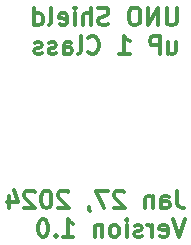
<source format=gbr>
%TF.GenerationSoftware,KiCad,Pcbnew,7.0.1*%
%TF.CreationDate,2024-01-27T23:50:39-07:00*%
%TF.ProjectId,Uno_Shield_PhaseB,556e6f5f-5368-4696-956c-645f50686173,rev?*%
%TF.SameCoordinates,Original*%
%TF.FileFunction,Legend,Bot*%
%TF.FilePolarity,Positive*%
%FSLAX46Y46*%
G04 Gerber Fmt 4.6, Leading zero omitted, Abs format (unit mm)*
G04 Created by KiCad (PCBNEW 7.0.1) date 2024-01-27 23:50:39*
%MOMM*%
%LPD*%
G01*
G04 APERTURE LIST*
%ADD10C,0.375000*%
G04 APERTURE END LIST*
D10*
X120513714Y-74550428D02*
X120513714Y-75764714D01*
X120513714Y-75764714D02*
X120442285Y-75907571D01*
X120442285Y-75907571D02*
X120370857Y-75979000D01*
X120370857Y-75979000D02*
X120227999Y-76050428D01*
X120227999Y-76050428D02*
X119942285Y-76050428D01*
X119942285Y-76050428D02*
X119799428Y-75979000D01*
X119799428Y-75979000D02*
X119727999Y-75907571D01*
X119727999Y-75907571D02*
X119656571Y-75764714D01*
X119656571Y-75764714D02*
X119656571Y-74550428D01*
X118942285Y-76050428D02*
X118942285Y-74550428D01*
X118942285Y-74550428D02*
X118085142Y-76050428D01*
X118085142Y-76050428D02*
X118085142Y-74550428D01*
X117085141Y-74550428D02*
X116799427Y-74550428D01*
X116799427Y-74550428D02*
X116656570Y-74621857D01*
X116656570Y-74621857D02*
X116513713Y-74764714D01*
X116513713Y-74764714D02*
X116442284Y-75050428D01*
X116442284Y-75050428D02*
X116442284Y-75550428D01*
X116442284Y-75550428D02*
X116513713Y-75836142D01*
X116513713Y-75836142D02*
X116656570Y-75979000D01*
X116656570Y-75979000D02*
X116799427Y-76050428D01*
X116799427Y-76050428D02*
X117085141Y-76050428D01*
X117085141Y-76050428D02*
X117227999Y-75979000D01*
X117227999Y-75979000D02*
X117370856Y-75836142D01*
X117370856Y-75836142D02*
X117442284Y-75550428D01*
X117442284Y-75550428D02*
X117442284Y-75050428D01*
X117442284Y-75050428D02*
X117370856Y-74764714D01*
X117370856Y-74764714D02*
X117227999Y-74621857D01*
X117227999Y-74621857D02*
X117085141Y-74550428D01*
X114727998Y-75979000D02*
X114513713Y-76050428D01*
X114513713Y-76050428D02*
X114156570Y-76050428D01*
X114156570Y-76050428D02*
X114013713Y-75979000D01*
X114013713Y-75979000D02*
X113942284Y-75907571D01*
X113942284Y-75907571D02*
X113870855Y-75764714D01*
X113870855Y-75764714D02*
X113870855Y-75621857D01*
X113870855Y-75621857D02*
X113942284Y-75479000D01*
X113942284Y-75479000D02*
X114013713Y-75407571D01*
X114013713Y-75407571D02*
X114156570Y-75336142D01*
X114156570Y-75336142D02*
X114442284Y-75264714D01*
X114442284Y-75264714D02*
X114585141Y-75193285D01*
X114585141Y-75193285D02*
X114656570Y-75121857D01*
X114656570Y-75121857D02*
X114727998Y-74979000D01*
X114727998Y-74979000D02*
X114727998Y-74836142D01*
X114727998Y-74836142D02*
X114656570Y-74693285D01*
X114656570Y-74693285D02*
X114585141Y-74621857D01*
X114585141Y-74621857D02*
X114442284Y-74550428D01*
X114442284Y-74550428D02*
X114085141Y-74550428D01*
X114085141Y-74550428D02*
X113870855Y-74621857D01*
X113227999Y-76050428D02*
X113227999Y-74550428D01*
X112585142Y-76050428D02*
X112585142Y-75264714D01*
X112585142Y-75264714D02*
X112656570Y-75121857D01*
X112656570Y-75121857D02*
X112799427Y-75050428D01*
X112799427Y-75050428D02*
X113013713Y-75050428D01*
X113013713Y-75050428D02*
X113156570Y-75121857D01*
X113156570Y-75121857D02*
X113227999Y-75193285D01*
X111870856Y-76050428D02*
X111870856Y-75050428D01*
X111870856Y-74550428D02*
X111942284Y-74621857D01*
X111942284Y-74621857D02*
X111870856Y-74693285D01*
X111870856Y-74693285D02*
X111799427Y-74621857D01*
X111799427Y-74621857D02*
X111870856Y-74550428D01*
X111870856Y-74550428D02*
X111870856Y-74693285D01*
X110585141Y-75979000D02*
X110727998Y-76050428D01*
X110727998Y-76050428D02*
X111013713Y-76050428D01*
X111013713Y-76050428D02*
X111156570Y-75979000D01*
X111156570Y-75979000D02*
X111227998Y-75836142D01*
X111227998Y-75836142D02*
X111227998Y-75264714D01*
X111227998Y-75264714D02*
X111156570Y-75121857D01*
X111156570Y-75121857D02*
X111013713Y-75050428D01*
X111013713Y-75050428D02*
X110727998Y-75050428D01*
X110727998Y-75050428D02*
X110585141Y-75121857D01*
X110585141Y-75121857D02*
X110513713Y-75264714D01*
X110513713Y-75264714D02*
X110513713Y-75407571D01*
X110513713Y-75407571D02*
X111227998Y-75550428D01*
X109656570Y-76050428D02*
X109799427Y-75979000D01*
X109799427Y-75979000D02*
X109870856Y-75836142D01*
X109870856Y-75836142D02*
X109870856Y-74550428D01*
X108442285Y-76050428D02*
X108442285Y-74550428D01*
X108442285Y-75979000D02*
X108585142Y-76050428D01*
X108585142Y-76050428D02*
X108870856Y-76050428D01*
X108870856Y-76050428D02*
X109013713Y-75979000D01*
X109013713Y-75979000D02*
X109085142Y-75907571D01*
X109085142Y-75907571D02*
X109156570Y-75764714D01*
X109156570Y-75764714D02*
X109156570Y-75336142D01*
X109156570Y-75336142D02*
X109085142Y-75193285D01*
X109085142Y-75193285D02*
X109013713Y-75121857D01*
X109013713Y-75121857D02*
X108870856Y-75050428D01*
X108870856Y-75050428D02*
X108585142Y-75050428D01*
X108585142Y-75050428D02*
X108442285Y-75121857D01*
X119799428Y-77480428D02*
X119799428Y-78480428D01*
X120442285Y-77480428D02*
X120442285Y-78266142D01*
X120442285Y-78266142D02*
X120370856Y-78409000D01*
X120370856Y-78409000D02*
X120227999Y-78480428D01*
X120227999Y-78480428D02*
X120013713Y-78480428D01*
X120013713Y-78480428D02*
X119870856Y-78409000D01*
X119870856Y-78409000D02*
X119799428Y-78337571D01*
X119085142Y-78480428D02*
X119085142Y-76980428D01*
X119085142Y-76980428D02*
X118513713Y-76980428D01*
X118513713Y-76980428D02*
X118370856Y-77051857D01*
X118370856Y-77051857D02*
X118299427Y-77123285D01*
X118299427Y-77123285D02*
X118227999Y-77266142D01*
X118227999Y-77266142D02*
X118227999Y-77480428D01*
X118227999Y-77480428D02*
X118299427Y-77623285D01*
X118299427Y-77623285D02*
X118370856Y-77694714D01*
X118370856Y-77694714D02*
X118513713Y-77766142D01*
X118513713Y-77766142D02*
X119085142Y-77766142D01*
X115656570Y-78480428D02*
X116513713Y-78480428D01*
X116085142Y-78480428D02*
X116085142Y-76980428D01*
X116085142Y-76980428D02*
X116227999Y-77194714D01*
X116227999Y-77194714D02*
X116370856Y-77337571D01*
X116370856Y-77337571D02*
X116513713Y-77409000D01*
X113013714Y-78337571D02*
X113085142Y-78409000D01*
X113085142Y-78409000D02*
X113299428Y-78480428D01*
X113299428Y-78480428D02*
X113442285Y-78480428D01*
X113442285Y-78480428D02*
X113656571Y-78409000D01*
X113656571Y-78409000D02*
X113799428Y-78266142D01*
X113799428Y-78266142D02*
X113870857Y-78123285D01*
X113870857Y-78123285D02*
X113942285Y-77837571D01*
X113942285Y-77837571D02*
X113942285Y-77623285D01*
X113942285Y-77623285D02*
X113870857Y-77337571D01*
X113870857Y-77337571D02*
X113799428Y-77194714D01*
X113799428Y-77194714D02*
X113656571Y-77051857D01*
X113656571Y-77051857D02*
X113442285Y-76980428D01*
X113442285Y-76980428D02*
X113299428Y-76980428D01*
X113299428Y-76980428D02*
X113085142Y-77051857D01*
X113085142Y-77051857D02*
X113013714Y-77123285D01*
X112156571Y-78480428D02*
X112299428Y-78409000D01*
X112299428Y-78409000D02*
X112370857Y-78266142D01*
X112370857Y-78266142D02*
X112370857Y-76980428D01*
X110942286Y-78480428D02*
X110942286Y-77694714D01*
X110942286Y-77694714D02*
X111013714Y-77551857D01*
X111013714Y-77551857D02*
X111156571Y-77480428D01*
X111156571Y-77480428D02*
X111442286Y-77480428D01*
X111442286Y-77480428D02*
X111585143Y-77551857D01*
X110942286Y-78409000D02*
X111085143Y-78480428D01*
X111085143Y-78480428D02*
X111442286Y-78480428D01*
X111442286Y-78480428D02*
X111585143Y-78409000D01*
X111585143Y-78409000D02*
X111656571Y-78266142D01*
X111656571Y-78266142D02*
X111656571Y-78123285D01*
X111656571Y-78123285D02*
X111585143Y-77980428D01*
X111585143Y-77980428D02*
X111442286Y-77909000D01*
X111442286Y-77909000D02*
X111085143Y-77909000D01*
X111085143Y-77909000D02*
X110942286Y-77837571D01*
X110299428Y-78409000D02*
X110156571Y-78480428D01*
X110156571Y-78480428D02*
X109870857Y-78480428D01*
X109870857Y-78480428D02*
X109728000Y-78409000D01*
X109728000Y-78409000D02*
X109656571Y-78266142D01*
X109656571Y-78266142D02*
X109656571Y-78194714D01*
X109656571Y-78194714D02*
X109728000Y-78051857D01*
X109728000Y-78051857D02*
X109870857Y-77980428D01*
X109870857Y-77980428D02*
X110085143Y-77980428D01*
X110085143Y-77980428D02*
X110228000Y-77909000D01*
X110228000Y-77909000D02*
X110299428Y-77766142D01*
X110299428Y-77766142D02*
X110299428Y-77694714D01*
X110299428Y-77694714D02*
X110228000Y-77551857D01*
X110228000Y-77551857D02*
X110085143Y-77480428D01*
X110085143Y-77480428D02*
X109870857Y-77480428D01*
X109870857Y-77480428D02*
X109728000Y-77551857D01*
X109085142Y-78409000D02*
X108942285Y-78480428D01*
X108942285Y-78480428D02*
X108656571Y-78480428D01*
X108656571Y-78480428D02*
X108513714Y-78409000D01*
X108513714Y-78409000D02*
X108442285Y-78266142D01*
X108442285Y-78266142D02*
X108442285Y-78194714D01*
X108442285Y-78194714D02*
X108513714Y-78051857D01*
X108513714Y-78051857D02*
X108656571Y-77980428D01*
X108656571Y-77980428D02*
X108870857Y-77980428D01*
X108870857Y-77980428D02*
X109013714Y-77909000D01*
X109013714Y-77909000D02*
X109085142Y-77766142D01*
X109085142Y-77766142D02*
X109085142Y-77694714D01*
X109085142Y-77694714D02*
X109013714Y-77551857D01*
X109013714Y-77551857D02*
X108870857Y-77480428D01*
X108870857Y-77480428D02*
X108656571Y-77480428D01*
X108656571Y-77480428D02*
X108513714Y-77551857D01*
X120550285Y-90044428D02*
X120550285Y-91115857D01*
X120550285Y-91115857D02*
X120621714Y-91330142D01*
X120621714Y-91330142D02*
X120764571Y-91473000D01*
X120764571Y-91473000D02*
X120978857Y-91544428D01*
X120978857Y-91544428D02*
X121121714Y-91544428D01*
X119193143Y-91544428D02*
X119193143Y-90758714D01*
X119193143Y-90758714D02*
X119264571Y-90615857D01*
X119264571Y-90615857D02*
X119407428Y-90544428D01*
X119407428Y-90544428D02*
X119693143Y-90544428D01*
X119693143Y-90544428D02*
X119836000Y-90615857D01*
X119193143Y-91473000D02*
X119336000Y-91544428D01*
X119336000Y-91544428D02*
X119693143Y-91544428D01*
X119693143Y-91544428D02*
X119836000Y-91473000D01*
X119836000Y-91473000D02*
X119907428Y-91330142D01*
X119907428Y-91330142D02*
X119907428Y-91187285D01*
X119907428Y-91187285D02*
X119836000Y-91044428D01*
X119836000Y-91044428D02*
X119693143Y-90973000D01*
X119693143Y-90973000D02*
X119336000Y-90973000D01*
X119336000Y-90973000D02*
X119193143Y-90901571D01*
X118478857Y-90544428D02*
X118478857Y-91544428D01*
X118478857Y-90687285D02*
X118407428Y-90615857D01*
X118407428Y-90615857D02*
X118264571Y-90544428D01*
X118264571Y-90544428D02*
X118050285Y-90544428D01*
X118050285Y-90544428D02*
X117907428Y-90615857D01*
X117907428Y-90615857D02*
X117836000Y-90758714D01*
X117836000Y-90758714D02*
X117836000Y-91544428D01*
X116050285Y-90187285D02*
X115978857Y-90115857D01*
X115978857Y-90115857D02*
X115836000Y-90044428D01*
X115836000Y-90044428D02*
X115478857Y-90044428D01*
X115478857Y-90044428D02*
X115336000Y-90115857D01*
X115336000Y-90115857D02*
X115264571Y-90187285D01*
X115264571Y-90187285D02*
X115193142Y-90330142D01*
X115193142Y-90330142D02*
X115193142Y-90473000D01*
X115193142Y-90473000D02*
X115264571Y-90687285D01*
X115264571Y-90687285D02*
X116121714Y-91544428D01*
X116121714Y-91544428D02*
X115193142Y-91544428D01*
X114693143Y-90044428D02*
X113693143Y-90044428D01*
X113693143Y-90044428D02*
X114336000Y-91544428D01*
X113050286Y-91473000D02*
X113050286Y-91544428D01*
X113050286Y-91544428D02*
X113121715Y-91687285D01*
X113121715Y-91687285D02*
X113193143Y-91758714D01*
X111336000Y-90187285D02*
X111264572Y-90115857D01*
X111264572Y-90115857D02*
X111121715Y-90044428D01*
X111121715Y-90044428D02*
X110764572Y-90044428D01*
X110764572Y-90044428D02*
X110621715Y-90115857D01*
X110621715Y-90115857D02*
X110550286Y-90187285D01*
X110550286Y-90187285D02*
X110478857Y-90330142D01*
X110478857Y-90330142D02*
X110478857Y-90473000D01*
X110478857Y-90473000D02*
X110550286Y-90687285D01*
X110550286Y-90687285D02*
X111407429Y-91544428D01*
X111407429Y-91544428D02*
X110478857Y-91544428D01*
X109550286Y-90044428D02*
X109407429Y-90044428D01*
X109407429Y-90044428D02*
X109264572Y-90115857D01*
X109264572Y-90115857D02*
X109193144Y-90187285D01*
X109193144Y-90187285D02*
X109121715Y-90330142D01*
X109121715Y-90330142D02*
X109050286Y-90615857D01*
X109050286Y-90615857D02*
X109050286Y-90973000D01*
X109050286Y-90973000D02*
X109121715Y-91258714D01*
X109121715Y-91258714D02*
X109193144Y-91401571D01*
X109193144Y-91401571D02*
X109264572Y-91473000D01*
X109264572Y-91473000D02*
X109407429Y-91544428D01*
X109407429Y-91544428D02*
X109550286Y-91544428D01*
X109550286Y-91544428D02*
X109693144Y-91473000D01*
X109693144Y-91473000D02*
X109764572Y-91401571D01*
X109764572Y-91401571D02*
X109836001Y-91258714D01*
X109836001Y-91258714D02*
X109907429Y-90973000D01*
X109907429Y-90973000D02*
X109907429Y-90615857D01*
X109907429Y-90615857D02*
X109836001Y-90330142D01*
X109836001Y-90330142D02*
X109764572Y-90187285D01*
X109764572Y-90187285D02*
X109693144Y-90115857D01*
X109693144Y-90115857D02*
X109550286Y-90044428D01*
X108478858Y-90187285D02*
X108407430Y-90115857D01*
X108407430Y-90115857D02*
X108264573Y-90044428D01*
X108264573Y-90044428D02*
X107907430Y-90044428D01*
X107907430Y-90044428D02*
X107764573Y-90115857D01*
X107764573Y-90115857D02*
X107693144Y-90187285D01*
X107693144Y-90187285D02*
X107621715Y-90330142D01*
X107621715Y-90330142D02*
X107621715Y-90473000D01*
X107621715Y-90473000D02*
X107693144Y-90687285D01*
X107693144Y-90687285D02*
X108550287Y-91544428D01*
X108550287Y-91544428D02*
X107621715Y-91544428D01*
X106336002Y-90544428D02*
X106336002Y-91544428D01*
X106693144Y-89973000D02*
X107050287Y-91044428D01*
X107050287Y-91044428D02*
X106121716Y-91044428D01*
X121193142Y-92474428D02*
X120693142Y-93974428D01*
X120693142Y-93974428D02*
X120193142Y-92474428D01*
X119121714Y-93903000D02*
X119264571Y-93974428D01*
X119264571Y-93974428D02*
X119550286Y-93974428D01*
X119550286Y-93974428D02*
X119693143Y-93903000D01*
X119693143Y-93903000D02*
X119764571Y-93760142D01*
X119764571Y-93760142D02*
X119764571Y-93188714D01*
X119764571Y-93188714D02*
X119693143Y-93045857D01*
X119693143Y-93045857D02*
X119550286Y-92974428D01*
X119550286Y-92974428D02*
X119264571Y-92974428D01*
X119264571Y-92974428D02*
X119121714Y-93045857D01*
X119121714Y-93045857D02*
X119050286Y-93188714D01*
X119050286Y-93188714D02*
X119050286Y-93331571D01*
X119050286Y-93331571D02*
X119764571Y-93474428D01*
X118407429Y-93974428D02*
X118407429Y-92974428D01*
X118407429Y-93260142D02*
X118336000Y-93117285D01*
X118336000Y-93117285D02*
X118264572Y-93045857D01*
X118264572Y-93045857D02*
X118121714Y-92974428D01*
X118121714Y-92974428D02*
X117978857Y-92974428D01*
X117550286Y-93903000D02*
X117407429Y-93974428D01*
X117407429Y-93974428D02*
X117121715Y-93974428D01*
X117121715Y-93974428D02*
X116978858Y-93903000D01*
X116978858Y-93903000D02*
X116907429Y-93760142D01*
X116907429Y-93760142D02*
X116907429Y-93688714D01*
X116907429Y-93688714D02*
X116978858Y-93545857D01*
X116978858Y-93545857D02*
X117121715Y-93474428D01*
X117121715Y-93474428D02*
X117336001Y-93474428D01*
X117336001Y-93474428D02*
X117478858Y-93403000D01*
X117478858Y-93403000D02*
X117550286Y-93260142D01*
X117550286Y-93260142D02*
X117550286Y-93188714D01*
X117550286Y-93188714D02*
X117478858Y-93045857D01*
X117478858Y-93045857D02*
X117336001Y-92974428D01*
X117336001Y-92974428D02*
X117121715Y-92974428D01*
X117121715Y-92974428D02*
X116978858Y-93045857D01*
X116264572Y-93974428D02*
X116264572Y-92974428D01*
X116264572Y-92474428D02*
X116336000Y-92545857D01*
X116336000Y-92545857D02*
X116264572Y-92617285D01*
X116264572Y-92617285D02*
X116193143Y-92545857D01*
X116193143Y-92545857D02*
X116264572Y-92474428D01*
X116264572Y-92474428D02*
X116264572Y-92617285D01*
X115336000Y-93974428D02*
X115478857Y-93903000D01*
X115478857Y-93903000D02*
X115550286Y-93831571D01*
X115550286Y-93831571D02*
X115621714Y-93688714D01*
X115621714Y-93688714D02*
X115621714Y-93260142D01*
X115621714Y-93260142D02*
X115550286Y-93117285D01*
X115550286Y-93117285D02*
X115478857Y-93045857D01*
X115478857Y-93045857D02*
X115336000Y-92974428D01*
X115336000Y-92974428D02*
X115121714Y-92974428D01*
X115121714Y-92974428D02*
X114978857Y-93045857D01*
X114978857Y-93045857D02*
X114907429Y-93117285D01*
X114907429Y-93117285D02*
X114836000Y-93260142D01*
X114836000Y-93260142D02*
X114836000Y-93688714D01*
X114836000Y-93688714D02*
X114907429Y-93831571D01*
X114907429Y-93831571D02*
X114978857Y-93903000D01*
X114978857Y-93903000D02*
X115121714Y-93974428D01*
X115121714Y-93974428D02*
X115336000Y-93974428D01*
X114193143Y-92974428D02*
X114193143Y-93974428D01*
X114193143Y-93117285D02*
X114121714Y-93045857D01*
X114121714Y-93045857D02*
X113978857Y-92974428D01*
X113978857Y-92974428D02*
X113764571Y-92974428D01*
X113764571Y-92974428D02*
X113621714Y-93045857D01*
X113621714Y-93045857D02*
X113550286Y-93188714D01*
X113550286Y-93188714D02*
X113550286Y-93974428D01*
X110907428Y-93974428D02*
X111764571Y-93974428D01*
X111336000Y-93974428D02*
X111336000Y-92474428D01*
X111336000Y-92474428D02*
X111478857Y-92688714D01*
X111478857Y-92688714D02*
X111621714Y-92831571D01*
X111621714Y-92831571D02*
X111764571Y-92903000D01*
X110264572Y-93831571D02*
X110193143Y-93903000D01*
X110193143Y-93903000D02*
X110264572Y-93974428D01*
X110264572Y-93974428D02*
X110336000Y-93903000D01*
X110336000Y-93903000D02*
X110264572Y-93831571D01*
X110264572Y-93831571D02*
X110264572Y-93974428D01*
X109264571Y-92474428D02*
X109121714Y-92474428D01*
X109121714Y-92474428D02*
X108978857Y-92545857D01*
X108978857Y-92545857D02*
X108907429Y-92617285D01*
X108907429Y-92617285D02*
X108836000Y-92760142D01*
X108836000Y-92760142D02*
X108764571Y-93045857D01*
X108764571Y-93045857D02*
X108764571Y-93403000D01*
X108764571Y-93403000D02*
X108836000Y-93688714D01*
X108836000Y-93688714D02*
X108907429Y-93831571D01*
X108907429Y-93831571D02*
X108978857Y-93903000D01*
X108978857Y-93903000D02*
X109121714Y-93974428D01*
X109121714Y-93974428D02*
X109264571Y-93974428D01*
X109264571Y-93974428D02*
X109407429Y-93903000D01*
X109407429Y-93903000D02*
X109478857Y-93831571D01*
X109478857Y-93831571D02*
X109550286Y-93688714D01*
X109550286Y-93688714D02*
X109621714Y-93403000D01*
X109621714Y-93403000D02*
X109621714Y-93045857D01*
X109621714Y-93045857D02*
X109550286Y-92760142D01*
X109550286Y-92760142D02*
X109478857Y-92617285D01*
X109478857Y-92617285D02*
X109407429Y-92545857D01*
X109407429Y-92545857D02*
X109264571Y-92474428D01*
M02*

</source>
